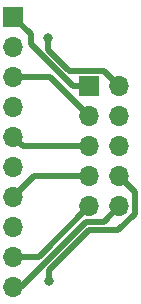
<source format=gtl>
G04 #@! TF.GenerationSoftware,KiCad,Pcbnew,(5.1.6-0-10_14)*
G04 #@! TF.CreationDate,2020-08-07T14:29:10+09:00*
G04 #@! TF.ProjectId,breakout_2x5,62726561-6b6f-4757-945f-3278352e6b69,rev?*
G04 #@! TF.SameCoordinates,Original*
G04 #@! TF.FileFunction,Copper,L1,Top*
G04 #@! TF.FilePolarity,Positive*
%FSLAX46Y46*%
G04 Gerber Fmt 4.6, Leading zero omitted, Abs format (unit mm)*
G04 Created by KiCad (PCBNEW (5.1.6-0-10_14)) date 2020-08-07 14:29:10*
%MOMM*%
%LPD*%
G01*
G04 APERTURE LIST*
G04 #@! TA.AperFunction,ComponentPad*
%ADD10O,1.700000X1.700000*%
G04 #@! TD*
G04 #@! TA.AperFunction,ComponentPad*
%ADD11R,1.700000X1.700000*%
G04 #@! TD*
G04 #@! TA.AperFunction,ViaPad*
%ADD12C,0.800000*%
G04 #@! TD*
G04 #@! TA.AperFunction,Conductor*
%ADD13C,0.508000*%
G04 #@! TD*
G04 APERTURE END LIST*
D10*
G04 #@! TO.P,J1,10*
G04 #@! TO.N,Net-(J1-Pad10)*
X144715001Y-105875001D03*
G04 #@! TO.P,J1,9*
G04 #@! TO.N,Net-(J1-Pad9)*
X144715001Y-103335001D03*
G04 #@! TO.P,J1,8*
G04 #@! TO.N,Net-(J1-Pad8)*
X144715001Y-100795001D03*
G04 #@! TO.P,J1,7*
G04 #@! TO.N,Net-(J1-Pad7)*
X144715001Y-98255001D03*
G04 #@! TO.P,J1,6*
G04 #@! TO.N,Net-(J1-Pad6)*
X144715001Y-95715001D03*
G04 #@! TO.P,J1,5*
G04 #@! TO.N,Net-(J1-Pad5)*
X144715001Y-93175001D03*
G04 #@! TO.P,J1,4*
G04 #@! TO.N,Net-(J1-Pad4)*
X144715001Y-90635001D03*
G04 #@! TO.P,J1,3*
G04 #@! TO.N,Net-(J1-Pad3)*
X144715001Y-88095001D03*
G04 #@! TO.P,J1,2*
G04 #@! TO.N,Net-(J1-Pad2)*
X144715001Y-85555001D03*
D11*
G04 #@! TO.P,J1,1*
G04 #@! TO.N,Net-(J1-Pad1)*
X144715001Y-83015001D03*
G04 #@! TD*
D10*
G04 #@! TO.P,U1,10*
G04 #@! TO.N,Net-(J1-Pad10)*
X153670000Y-99060000D03*
G04 #@! TO.P,U1,9*
G04 #@! TO.N,Net-(J1-Pad9)*
X151130000Y-99060000D03*
G04 #@! TO.P,U1,8*
G04 #@! TO.N,Net-(J1-Pad8)*
X153670000Y-96520000D03*
G04 #@! TO.P,U1,7*
G04 #@! TO.N,Net-(J1-Pad7)*
X151130000Y-96520000D03*
G04 #@! TO.P,U1,6*
G04 #@! TO.N,Net-(J1-Pad6)*
X153670000Y-93980000D03*
G04 #@! TO.P,U1,5*
G04 #@! TO.N,Net-(J1-Pad5)*
X151130000Y-93980000D03*
G04 #@! TO.P,U1,4*
G04 #@! TO.N,Net-(J1-Pad4)*
X153670000Y-91440000D03*
G04 #@! TO.P,U1,3*
G04 #@! TO.N,Net-(J1-Pad3)*
X151130000Y-91440000D03*
G04 #@! TO.P,U1,2*
G04 #@! TO.N,Net-(J1-Pad2)*
X153670000Y-88900000D03*
D11*
G04 #@! TO.P,U1,1*
G04 #@! TO.N,Net-(J1-Pad1)*
X151130000Y-88900000D03*
G04 #@! TD*
D12*
G04 #@! TO.N,Net-(J1-Pad8)*
X147726400Y-105384600D03*
G04 #@! TO.N,Net-(J1-Pad2)*
X147675600Y-84810600D03*
G04 #@! TD*
D13*
G04 #@! TO.N,Net-(J1-Pad10)*
X153670000Y-99060000D02*
X152365999Y-100364001D01*
X152365999Y-100364001D02*
X150827275Y-100364001D01*
X145316275Y-105875001D02*
X144715001Y-105875001D01*
X150827275Y-100364001D02*
X145316275Y-105875001D01*
G04 #@! TO.N,Net-(J1-Pad9)*
X146854999Y-103335001D02*
X144715001Y-103335001D01*
X151130000Y-99060000D02*
X146854999Y-103335001D01*
G04 #@! TO.N,Net-(J1-Pad8)*
X154974001Y-99685921D02*
X153587911Y-101072011D01*
X154974001Y-97824001D02*
X154974001Y-99685921D01*
X153670000Y-96520000D02*
X154974001Y-97824001D01*
X153587911Y-101072011D02*
X151120541Y-101072011D01*
X151120541Y-101072011D02*
X147751800Y-104440752D01*
X147751800Y-105359200D02*
X147726400Y-105384600D01*
X147751800Y-104440752D02*
X147751800Y-105359200D01*
G04 #@! TO.N,Net-(J1-Pad7)*
X146450002Y-96520000D02*
X144715001Y-98255001D01*
X151130000Y-96520000D02*
X146450002Y-96520000D01*
G04 #@! TO.N,Net-(J1-Pad5)*
X145520000Y-93980000D02*
X144715001Y-93175001D01*
X151130000Y-93980000D02*
X145520000Y-93980000D01*
G04 #@! TO.N,Net-(J1-Pad3)*
X147785001Y-88095001D02*
X144715001Y-88095001D01*
X151130000Y-91440000D02*
X147785001Y-88095001D01*
G04 #@! TO.N,Net-(J1-Pad2)*
X152365999Y-87595999D02*
X149462201Y-87595999D01*
X153670000Y-88900000D02*
X152365999Y-87595999D01*
X149394602Y-87528400D02*
X149362676Y-87528400D01*
X149462201Y-87595999D02*
X149394602Y-87528400D01*
X149362676Y-87528400D02*
X147675600Y-85841324D01*
X147675600Y-85841324D02*
X147675600Y-84810600D01*
G04 #@! TO.N,Net-(J1-Pad1)*
X151130000Y-88900000D02*
X149733000Y-88900000D01*
X149733000Y-88900000D02*
X146177000Y-85344000D01*
X146177000Y-84477000D02*
X144715001Y-83015001D01*
X146177000Y-85344000D02*
X146177000Y-84477000D01*
G04 #@! TD*
M02*

</source>
